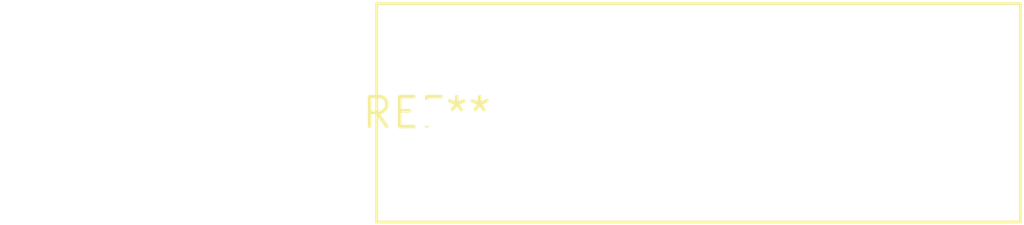
<source format=kicad_pcb>
(kicad_pcb (version 20240108) (generator pcbnew)
  (layers (0 "F.Cu" signal) (31 "B.Cu" signal) (34 "B.Paste" user) (35 "F.Paste" user) (36 "B.SilkS" user "B.Silkscreen") (37 "F.SilkS" user "F.Silkscreen") (38 "B.Mask" user) (39 "F.Mask" user) (44 "Edge.Cuts" user))
  (net 0 "")
  (footprint "C_Rect_L27.0mm_W9.0mm_P23.00mm" (layer "F.Cu") (at 0 0)
    (property "Reference" "REF**")
    (property "Value" "C_Rect_L27.0mm_W9.0mm_P23.00mm")
    (fp_line (start -2.12 -4.62) (end -2.12 4.62) (layer "F.SilkS") (stroke (width 0.12)))
    (fp_line (start -2.12 -4.62) (end 25.12 -4.62) (layer "F.SilkS") (stroke (width 0.12)))
    (fp_line (start -2.12 4.62) (end 25.12 4.62) (layer "F.SilkS") (stroke (width 0.12)))
    (fp_line (start 25.12 -4.62) (end 25.12 4.62) (layer "F.SilkS") (stroke (width 0.12)))
    (pad "1" thru_hole circle (at 0 0) (size 2.2 2.2) (drill 1.1) (layers *.Cu *.Mask) (remove_unused_layers))
    (pad "2" thru_hole circle (at 23 0) (size 2.2 2.2) (drill 1.1) (layers *.Cu *.Mask) (remove_unused_layers))
  )
)
</source>
